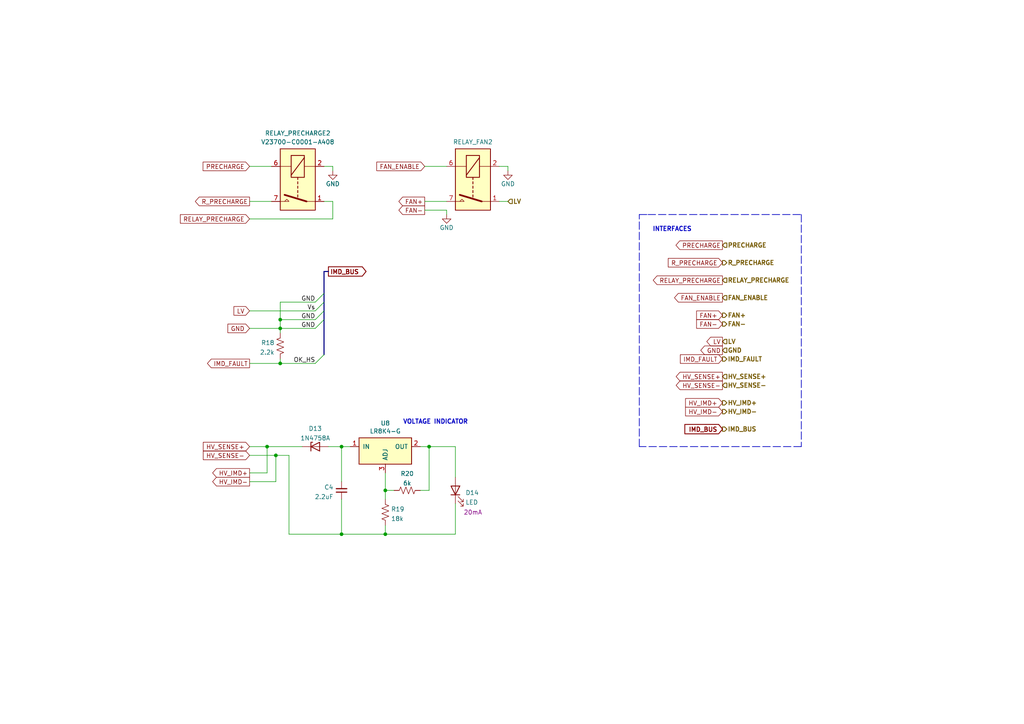
<source format=kicad_sch>
(kicad_sch (version 20211123) (generator eeschema)

  (uuid eb133412-0099-4523-9e1c-481c23bbc6e9)

  (paper "A4")

  (lib_symbols
    (symbol "Device:C_Small" (pin_numbers hide) (pin_names (offset 0.254) hide) (in_bom yes) (on_board yes)
      (property "Reference" "C" (id 0) (at 0.254 1.778 0)
        (effects (font (size 1.27 1.27)) (justify left))
      )
      (property "Value" "C_Small" (id 1) (at 0.254 -2.032 0)
        (effects (font (size 1.27 1.27)) (justify left))
      )
      (property "Footprint" "" (id 2) (at 0 0 0)
        (effects (font (size 1.27 1.27)) hide)
      )
      (property "Datasheet" "~" (id 3) (at 0 0 0)
        (effects (font (size 1.27 1.27)) hide)
      )
      (property "ki_keywords" "capacitor cap" (id 4) (at 0 0 0)
        (effects (font (size 1.27 1.27)) hide)
      )
      (property "ki_description" "Unpolarized capacitor, small symbol" (id 5) (at 0 0 0)
        (effects (font (size 1.27 1.27)) hide)
      )
      (property "ki_fp_filters" "C_*" (id 6) (at 0 0 0)
        (effects (font (size 1.27 1.27)) hide)
      )
      (symbol "C_Small_0_1"
        (polyline
          (pts
            (xy -1.524 -0.508)
            (xy 1.524 -0.508)
          )
          (stroke (width 0.3302) (type default) (color 0 0 0 0))
          (fill (type none))
        )
        (polyline
          (pts
            (xy -1.524 0.508)
            (xy 1.524 0.508)
          )
          (stroke (width 0.3048) (type default) (color 0 0 0 0))
          (fill (type none))
        )
      )
      (symbol "C_Small_1_1"
        (pin passive line (at 0 2.54 270) (length 2.032)
          (name "~" (effects (font (size 1.27 1.27))))
          (number "1" (effects (font (size 1.27 1.27))))
        )
        (pin passive line (at 0 -2.54 90) (length 2.032)
          (name "~" (effects (font (size 1.27 1.27))))
          (number "2" (effects (font (size 1.27 1.27))))
        )
      )
    )
    (symbol "Device:LED" (pin_numbers hide) (pin_names (offset 1.016) hide) (in_bom yes) (on_board yes)
      (property "Reference" "D" (id 0) (at 0 2.54 0)
        (effects (font (size 1.27 1.27)))
      )
      (property "Value" "LED" (id 1) (at 0 -2.54 0)
        (effects (font (size 1.27 1.27)))
      )
      (property "Footprint" "" (id 2) (at 0 0 0)
        (effects (font (size 1.27 1.27)) hide)
      )
      (property "Datasheet" "~" (id 3) (at 0 0 0)
        (effects (font (size 1.27 1.27)) hide)
      )
      (property "ki_keywords" "LED diode" (id 4) (at 0 0 0)
        (effects (font (size 1.27 1.27)) hide)
      )
      (property "ki_description" "Light emitting diode" (id 5) (at 0 0 0)
        (effects (font (size 1.27 1.27)) hide)
      )
      (property "ki_fp_filters" "LED* LED_SMD:* LED_THT:*" (id 6) (at 0 0 0)
        (effects (font (size 1.27 1.27)) hide)
      )
      (symbol "LED_0_1"
        (polyline
          (pts
            (xy -1.27 -1.27)
            (xy -1.27 1.27)
          )
          (stroke (width 0.254) (type default) (color 0 0 0 0))
          (fill (type none))
        )
        (polyline
          (pts
            (xy -1.27 0)
            (xy 1.27 0)
          )
          (stroke (width 0) (type default) (color 0 0 0 0))
          (fill (type none))
        )
        (polyline
          (pts
            (xy 1.27 -1.27)
            (xy 1.27 1.27)
            (xy -1.27 0)
            (xy 1.27 -1.27)
          )
          (stroke (width 0.254) (type default) (color 0 0 0 0))
          (fill (type none))
        )
        (polyline
          (pts
            (xy -3.048 -0.762)
            (xy -4.572 -2.286)
            (xy -3.81 -2.286)
            (xy -4.572 -2.286)
            (xy -4.572 -1.524)
          )
          (stroke (width 0) (type default) (color 0 0 0 0))
          (fill (type none))
        )
        (polyline
          (pts
            (xy -1.778 -0.762)
            (xy -3.302 -2.286)
            (xy -2.54 -2.286)
            (xy -3.302 -2.286)
            (xy -3.302 -1.524)
          )
          (stroke (width 0) (type default) (color 0 0 0 0))
          (fill (type none))
        )
      )
      (symbol "LED_1_1"
        (pin passive line (at -3.81 0 0) (length 2.54)
          (name "K" (effects (font (size 1.27 1.27))))
          (number "1" (effects (font (size 1.27 1.27))))
        )
        (pin passive line (at 3.81 0 180) (length 2.54)
          (name "A" (effects (font (size 1.27 1.27))))
          (number "2" (effects (font (size 1.27 1.27))))
        )
      )
    )
    (symbol "Device:R_US" (pin_numbers hide) (pin_names (offset 0)) (in_bom yes) (on_board yes)
      (property "Reference" "R" (id 0) (at 2.54 0 90)
        (effects (font (size 1.27 1.27)))
      )
      (property "Value" "R_US" (id 1) (at -2.54 0 90)
        (effects (font (size 1.27 1.27)))
      )
      (property "Footprint" "" (id 2) (at 1.016 -0.254 90)
        (effects (font (size 1.27 1.27)) hide)
      )
      (property "Datasheet" "~" (id 3) (at 0 0 0)
        (effects (font (size 1.27 1.27)) hide)
      )
      (property "ki_keywords" "R res resistor" (id 4) (at 0 0 0)
        (effects (font (size 1.27 1.27)) hide)
      )
      (property "ki_description" "Resistor, US symbol" (id 5) (at 0 0 0)
        (effects (font (size 1.27 1.27)) hide)
      )
      (property "ki_fp_filters" "R_*" (id 6) (at 0 0 0)
        (effects (font (size 1.27 1.27)) hide)
      )
      (symbol "R_US_0_1"
        (polyline
          (pts
            (xy 0 -2.286)
            (xy 0 -2.54)
          )
          (stroke (width 0) (type default) (color 0 0 0 0))
          (fill (type none))
        )
        (polyline
          (pts
            (xy 0 2.286)
            (xy 0 2.54)
          )
          (stroke (width 0) (type default) (color 0 0 0 0))
          (fill (type none))
        )
        (polyline
          (pts
            (xy 0 -0.762)
            (xy 1.016 -1.143)
            (xy 0 -1.524)
            (xy -1.016 -1.905)
            (xy 0 -2.286)
          )
          (stroke (width 0) (type default) (color 0 0 0 0))
          (fill (type none))
        )
        (polyline
          (pts
            (xy 0 0.762)
            (xy 1.016 0.381)
            (xy 0 0)
            (xy -1.016 -0.381)
            (xy 0 -0.762)
          )
          (stroke (width 0) (type default) (color 0 0 0 0))
          (fill (type none))
        )
        (polyline
          (pts
            (xy 0 2.286)
            (xy 1.016 1.905)
            (xy 0 1.524)
            (xy -1.016 1.143)
            (xy 0 0.762)
          )
          (stroke (width 0) (type default) (color 0 0 0 0))
          (fill (type none))
        )
      )
      (symbol "R_US_1_1"
        (pin passive line (at 0 3.81 270) (length 1.27)
          (name "~" (effects (font (size 1.27 1.27))))
          (number "1" (effects (font (size 1.27 1.27))))
        )
        (pin passive line (at 0 -3.81 90) (length 1.27)
          (name "~" (effects (font (size 1.27 1.27))))
          (number "2" (effects (font (size 1.27 1.27))))
        )
      )
    )
    (symbol "Diode:1N47xxA" (pin_numbers hide) (pin_names (offset 1.016) hide) (in_bom yes) (on_board yes)
      (property "Reference" "D" (id 0) (at 0 2.54 0)
        (effects (font (size 1.27 1.27)))
      )
      (property "Value" "1N47xxA" (id 1) (at 0 -2.54 0)
        (effects (font (size 1.27 1.27)))
      )
      (property "Footprint" "Diode_THT:D_DO-41_SOD81_P10.16mm_Horizontal" (id 2) (at 0 -4.445 0)
        (effects (font (size 1.27 1.27)) hide)
      )
      (property "Datasheet" "https://www.vishay.com/docs/85816/1n4728a.pdf" (id 3) (at 0 0 0)
        (effects (font (size 1.27 1.27)) hide)
      )
      (property "ki_keywords" "zener diode" (id 4) (at 0 0 0)
        (effects (font (size 1.27 1.27)) hide)
      )
      (property "ki_description" "1300mW Silicon planar power Zener diodes, DO-41" (id 5) (at 0 0 0)
        (effects (font (size 1.27 1.27)) hide)
      )
      (property "ki_fp_filters" "D*DO?41*" (id 6) (at 0 0 0)
        (effects (font (size 1.27 1.27)) hide)
      )
      (symbol "1N47xxA_0_1"
        (polyline
          (pts
            (xy 1.27 0)
            (xy -1.27 0)
          )
          (stroke (width 0) (type default) (color 0 0 0 0))
          (fill (type none))
        )
        (polyline
          (pts
            (xy -1.27 -1.27)
            (xy -1.27 1.27)
            (xy -0.762 1.27)
          )
          (stroke (width 0.254) (type default) (color 0 0 0 0))
          (fill (type none))
        )
        (polyline
          (pts
            (xy 1.27 -1.27)
            (xy 1.27 1.27)
            (xy -1.27 0)
            (xy 1.27 -1.27)
          )
          (stroke (width 0.254) (type default) (color 0 0 0 0))
          (fill (type none))
        )
      )
      (symbol "1N47xxA_1_1"
        (pin passive line (at -3.81 0 0) (length 2.54)
          (name "K" (effects (font (size 1.27 1.27))))
          (number "1" (effects (font (size 1.27 1.27))))
        )
        (pin passive line (at 3.81 0 180) (length 2.54)
          (name "A" (effects (font (size 1.27 1.27))))
          (number "2" (effects (font (size 1.27 1.27))))
        )
      )
    )
    (symbol "Regulator_Linear:LR8K4-G" (pin_names (offset 1.016)) (in_bom yes) (on_board yes)
      (property "Reference" "U" (id 0) (at -7.62 3.81 0)
        (effects (font (size 1.27 1.27)) (justify left))
      )
      (property "Value" "LR8K4-G" (id 1) (at 0 3.81 0)
        (effects (font (size 1.27 1.27)) (justify left))
      )
      (property "Footprint" "Package_TO_SOT_SMD:TO-252-2" (id 2) (at 0 -11.43 0)
        (effects (font (size 1.27 1.27)) hide)
      )
      (property "Datasheet" "http://ww1.microchip.com/downloads/en/DeviceDoc/20005399B.pdf" (id 3) (at 0 0 0)
        (effects (font (size 1.27 1.27)) hide)
      )
      (property "ki_keywords" "High-Voltage Regulator Adjustable Positive" (id 4) (at 0 0 0)
        (effects (font (size 1.27 1.27)) hide)
      )
      (property "ki_description" "30mA 450V High-Voltage Linear Regulator (Adjustable), TO-252 (D-PAK)" (id 5) (at 0 0 0)
        (effects (font (size 1.27 1.27)) hide)
      )
      (property "ki_fp_filters" "TO*252*" (id 6) (at 0 0 0)
        (effects (font (size 1.27 1.27)) hide)
      )
      (symbol "LR8K4-G_0_1"
        (rectangle (start -7.62 2.54) (end 7.62 -5.08)
          (stroke (width 0.254) (type default) (color 0 0 0 0))
          (fill (type background))
        )
      )
      (symbol "LR8K4-G_1_1"
        (pin input line (at -10.16 0 0) (length 2.54)
          (name "IN" (effects (font (size 1.27 1.27))))
          (number "1" (effects (font (size 1.27 1.27))))
        )
        (pin power_out line (at 10.16 0 180) (length 2.54)
          (name "OUT" (effects (font (size 1.27 1.27))))
          (number "2" (effects (font (size 1.27 1.27))))
        )
        (pin input line (at 0 -7.62 90) (length 2.54)
          (name "ADJ" (effects (font (size 1.27 1.27))))
          (number "3" (effects (font (size 1.27 1.27))))
        )
      )
    )
    (symbol "Relay:DIPxx-1Axx-12x" (in_bom yes) (on_board yes)
      (property "Reference" "K" (id 0) (at 8.89 3.81 0)
        (effects (font (size 1.27 1.27)) (justify left))
      )
      (property "Value" "DIPxx-1Axx-12x" (id 1) (at 8.89 1.27 0)
        (effects (font (size 1.27 1.27)) (justify left))
      )
      (property "Footprint" "Relay_THT:Relay_StandexMeder_DIP_LowProfile" (id 2) (at 8.89 -1.27 0)
        (effects (font (size 1.27 1.27)) (justify left) hide)
      )
      (property "Datasheet" "https://standexelectronics.com/wp-content/uploads/datasheet_reed_relay_DIP.pdf" (id 3) (at 0 0 0)
        (effects (font (size 1.27 1.27)) hide)
      )
      (property "ki_keywords" "Single Pole Reed Relay SPST" (id 4) (at 0 0 0)
        (effects (font (size 1.27 1.27)) hide)
      )
      (property "ki_description" "Standex Meder DIP reed relay, SPST, Closing Contact" (id 5) (at 0 0 0)
        (effects (font (size 1.27 1.27)) hide)
      )
      (property "ki_fp_filters" "Relay*StandexMeder*DIP*LowProfile*" (id 6) (at 0 0 0)
        (effects (font (size 1.27 1.27)) hide)
      )
      (symbol "DIPxx-1Axx-12x_0_0"
        (polyline
          (pts
            (xy 5.08 5.08)
            (xy 5.08 2.54)
            (xy 4.445 3.175)
            (xy 5.08 3.81)
          )
          (stroke (width 0) (type default) (color 0 0 0 0))
          (fill (type none))
        )
      )
      (symbol "DIPxx-1Axx-12x_0_1"
        (rectangle (start -10.16 5.08) (end 7.62 -5.08)
          (stroke (width 0.254) (type default) (color 0 0 0 0))
          (fill (type background))
        )
        (rectangle (start -8.255 1.905) (end -1.905 -1.905)
          (stroke (width 0.254) (type default) (color 0 0 0 0))
          (fill (type none))
        )
        (polyline
          (pts
            (xy -7.62 -1.905)
            (xy -2.54 1.905)
          )
          (stroke (width 0.254) (type default) (color 0 0 0 0))
          (fill (type none))
        )
        (polyline
          (pts
            (xy -5.08 -5.08)
            (xy -5.08 -1.905)
          )
          (stroke (width 0) (type default) (color 0 0 0 0))
          (fill (type none))
        )
        (polyline
          (pts
            (xy -5.08 5.08)
            (xy -5.08 1.905)
          )
          (stroke (width 0) (type default) (color 0 0 0 0))
          (fill (type none))
        )
        (polyline
          (pts
            (xy -1.905 0)
            (xy -1.27 0)
          )
          (stroke (width 0.254) (type default) (color 0 0 0 0))
          (fill (type none))
        )
        (polyline
          (pts
            (xy -0.635 0)
            (xy 0 0)
          )
          (stroke (width 0.254) (type default) (color 0 0 0 0))
          (fill (type none))
        )
        (polyline
          (pts
            (xy 0.635 0)
            (xy 1.27 0)
          )
          (stroke (width 0.254) (type default) (color 0 0 0 0))
          (fill (type none))
        )
        (polyline
          (pts
            (xy 1.905 0)
            (xy 2.54 0)
          )
          (stroke (width 0.254) (type default) (color 0 0 0 0))
          (fill (type none))
        )
        (polyline
          (pts
            (xy 3.175 0)
            (xy 3.81 0)
          )
          (stroke (width 0.254) (type default) (color 0 0 0 0))
          (fill (type none))
        )
        (polyline
          (pts
            (xy 5.08 -2.54)
            (xy 3.175 3.81)
          )
          (stroke (width 0.508) (type default) (color 0 0 0 0))
          (fill (type none))
        )
        (polyline
          (pts
            (xy 5.08 -2.54)
            (xy 5.08 -5.08)
          )
          (stroke (width 0) (type default) (color 0 0 0 0))
          (fill (type none))
        )
      )
      (symbol "DIPxx-1Axx-12x_1_1"
        (pin passive line (at 5.08 -7.62 90) (length 2.54)
          (name "~" (effects (font (size 1.27 1.27))))
          (number "1" (effects (font (size 1.27 1.27))))
        )
        (pin passive line (at -5.08 -7.62 90) (length 2.54) hide
          (name "~" (effects (font (size 1.27 1.27))))
          (number "13" (effects (font (size 1.27 1.27))))
        )
        (pin passive line (at 5.08 -7.62 90) (length 2.54) hide
          (name "~" (effects (font (size 1.27 1.27))))
          (number "14" (effects (font (size 1.27 1.27))))
        )
        (pin passive line (at -5.08 -7.62 90) (length 2.54)
          (name "~" (effects (font (size 1.27 1.27))))
          (number "2" (effects (font (size 1.27 1.27))))
        )
        (pin passive line (at -5.08 7.62 270) (length 2.54)
          (name "~" (effects (font (size 1.27 1.27))))
          (number "6" (effects (font (size 1.27 1.27))))
        )
        (pin passive line (at 5.08 7.62 270) (length 2.54)
          (name "~" (effects (font (size 1.27 1.27))))
          (number "7" (effects (font (size 1.27 1.27))))
        )
        (pin passive line (at 5.08 7.62 270) (length 2.54) hide
          (name "~" (effects (font (size 1.27 1.27))))
          (number "8" (effects (font (size 1.27 1.27))))
        )
      )
    )
    (symbol "power:GND" (power) (pin_names (offset 0)) (in_bom yes) (on_board yes)
      (property "Reference" "#PWR" (id 0) (at 0 -6.35 0)
        (effects (font (size 1.27 1.27)) hide)
      )
      (property "Value" "GND" (id 1) (at 0 -3.81 0)
        (effects (font (size 1.27 1.27)))
      )
      (property "Footprint" "" (id 2) (at 0 0 0)
        (effects (font (size 1.27 1.27)) hide)
      )
      (property "Datasheet" "" (id 3) (at 0 0 0)
        (effects (font (size 1.27 1.27)) hide)
      )
      (property "ki_keywords" "power-flag" (id 4) (at 0 0 0)
        (effects (font (size 1.27 1.27)) hide)
      )
      (property "ki_description" "Power symbol creates a global label with name \"GND\" , ground" (id 5) (at 0 0 0)
        (effects (font (size 1.27 1.27)) hide)
      )
      (symbol "GND_0_1"
        (polyline
          (pts
            (xy 0 0)
            (xy 0 -1.27)
            (xy 1.27 -1.27)
            (xy 0 -2.54)
            (xy -1.27 -1.27)
            (xy 0 -1.27)
          )
          (stroke (width 0) (type default) (color 0 0 0 0))
          (fill (type none))
        )
      )
      (symbol "GND_1_1"
        (pin power_in line (at 0 0 270) (length 0) hide
          (name "GND" (effects (font (size 1.27 1.27))))
          (number "1" (effects (font (size 1.27 1.27))))
        )
      )
    )
  )

  (junction (at 81.28 95.25) (diameter 0) (color 0 0 0 0)
    (uuid 17d0f2ac-484e-4402-8225-a8ed26355272)
  )
  (junction (at 81.28 92.71) (diameter 0) (color 0 0 0 0)
    (uuid 4a0fb215-5ef2-4419-b58c-ed84cdc573c8)
  )
  (junction (at 99.06 129.54) (diameter 0) (color 0 0 0 0)
    (uuid 61ae95c5-bd4d-481a-a907-050d592d6b77)
  )
  (junction (at 99.06 154.94) (diameter 0) (color 0 0 0 0)
    (uuid 7cc3caad-923a-411e-a634-01ce990c2b86)
  )
  (junction (at 111.76 142.24) (diameter 0) (color 0 0 0 0)
    (uuid 7e8e1670-a4da-4dfd-abc2-67b622be5224)
  )
  (junction (at 77.47 129.54) (diameter 0) (color 0 0 0 0)
    (uuid 836d6730-6bcd-4d65-92bf-2f7560898ae9)
  )
  (junction (at 124.46 129.54) (diameter 0) (color 0 0 0 0)
    (uuid 99c5588e-98ea-4102-a4cf-0084f7ac3c03)
  )
  (junction (at 80.01 132.08) (diameter 0) (color 0 0 0 0)
    (uuid adca1a8b-a1be-4c04-b33e-f66e791acfe3)
  )
  (junction (at 81.28 105.41) (diameter 0) (color 0 0 0 0)
    (uuid b419fccd-2d72-48c6-898b-54ef55e9a1b8)
  )
  (junction (at 111.76 154.94) (diameter 0) (color 0 0 0 0)
    (uuid fca354e1-4a44-45eb-978a-1a52affad57b)
  )

  (bus_entry (at 93.98 102.87) (size -2.54 2.54)
    (stroke (width 0) (type default) (color 0 0 0 0))
    (uuid 638bc4e9-247a-4857-b1e8-abdb07f1b76c)
  )
  (bus_entry (at 93.98 87.63) (size -2.54 2.54)
    (stroke (width 0) (type default) (color 0 0 0 0))
    (uuid 638bc4e9-247a-4857-b1e8-abdb07f1b76c)
  )
  (bus_entry (at 93.98 85.09) (size -2.54 2.54)
    (stroke (width 0) (type default) (color 0 0 0 0))
    (uuid 638bc4e9-247a-4857-b1e8-abdb07f1b76c)
  )
  (bus_entry (at 93.98 92.71) (size -2.54 2.54)
    (stroke (width 0) (type default) (color 0 0 0 0))
    (uuid 638bc4e9-247a-4857-b1e8-abdb07f1b76c)
  )
  (bus_entry (at 93.98 90.17) (size -2.54 2.54)
    (stroke (width 0) (type default) (color 0 0 0 0))
    (uuid 638bc4e9-247a-4857-b1e8-abdb07f1b76c)
  )

  (bus (pts (xy 93.98 85.09) (xy 93.98 87.63))
    (stroke (width 0) (type default) (color 0 0 0 0))
    (uuid 008d3953-65d7-4196-be6a-32e9fdf6f660)
  )

  (polyline (pts (xy 187.96 62.23) (xy 232.41 62.23))
    (stroke (width 0.2) (type default) (color 0 0 0 0))
    (uuid 03c82d95-1a08-4d17-81a7-94cbdd835c2b)
  )
  (polyline (pts (xy 185.42 129.54) (xy 185.42 62.23))
    (stroke (width 0.2) (type default) (color 0 0 0 0))
    (uuid 05d96272-e778-47ec-af93-feeef487153e)
  )

  (wire (pts (xy 96.52 48.26) (xy 96.52 49.53))
    (stroke (width 0) (type default) (color 0 0 0 0))
    (uuid 0785e207-b30b-494e-b140-6271698f8b85)
  )
  (wire (pts (xy 77.47 137.16) (xy 77.47 129.54))
    (stroke (width 0) (type default) (color 0 0 0 0))
    (uuid 0a5869a6-9773-48e6-9962-1271be92a40f)
  )
  (wire (pts (xy 111.76 137.16) (xy 111.76 142.24))
    (stroke (width 0) (type default) (color 0 0 0 0))
    (uuid 14eaf5db-24a7-40ea-be9b-ed30dcec56b6)
  )
  (wire (pts (xy 132.08 129.54) (xy 132.08 138.43))
    (stroke (width 0) (type default) (color 0 0 0 0))
    (uuid 14f654b4-6b87-40a9-8768-1ddb42caa1bb)
  )
  (wire (pts (xy 91.44 90.17) (xy 72.39 90.17))
    (stroke (width 0) (type default) (color 0 0 0 0))
    (uuid 192e46bf-2da2-4376-813b-a8157ee130b8)
  )
  (wire (pts (xy 129.54 58.42) (xy 123.19 58.42))
    (stroke (width 0) (type default) (color 0 0 0 0))
    (uuid 1de15cf7-5413-43e7-ade0-8131245bd765)
  )
  (wire (pts (xy 147.32 48.26) (xy 147.32 49.53))
    (stroke (width 0) (type default) (color 0 0 0 0))
    (uuid 2201a34e-a2fb-486e-98a9-88c63b55fb22)
  )
  (wire (pts (xy 96.52 58.42) (xy 93.98 58.42))
    (stroke (width 0) (type default) (color 0 0 0 0))
    (uuid 2c5de646-906a-4c36-b568-6984cac40578)
  )
  (wire (pts (xy 83.82 132.08) (xy 83.82 154.94))
    (stroke (width 0) (type default) (color 0 0 0 0))
    (uuid 2f3b0f62-a00d-45e4-890a-12d31fdfa23f)
  )
  (wire (pts (xy 77.47 129.54) (xy 87.63 129.54))
    (stroke (width 0) (type default) (color 0 0 0 0))
    (uuid 3326479b-733a-4a50-8206-9dbab7c36cdb)
  )
  (bus (pts (xy 93.98 78.74) (xy 95.25 78.74))
    (stroke (width 0) (type default) (color 0 0 0 0))
    (uuid 3365ecaf-89b3-4a77-b810-bbd46ba749e3)
  )

  (wire (pts (xy 81.28 96.52) (xy 81.28 95.25))
    (stroke (width 0) (type default) (color 0 0 0 0))
    (uuid 34b2e66d-5a86-4191-842f-54ca1f7b0a99)
  )
  (wire (pts (xy 124.46 142.24) (xy 124.46 129.54))
    (stroke (width 0) (type default) (color 0 0 0 0))
    (uuid 362adefe-e2ac-4f78-a9b2-cea086d5f8de)
  )
  (bus (pts (xy 93.98 92.71) (xy 93.98 102.87))
    (stroke (width 0) (type default) (color 0 0 0 0))
    (uuid 36e9d6ac-3d0c-4166-b5b2-d88e4c87f706)
  )

  (wire (pts (xy 111.76 152.4) (xy 111.76 154.94))
    (stroke (width 0) (type default) (color 0 0 0 0))
    (uuid 3c700364-d7ab-42fd-a3fc-a17f8115b9a8)
  )
  (wire (pts (xy 81.28 105.41) (xy 72.39 105.41))
    (stroke (width 0) (type default) (color 0 0 0 0))
    (uuid 3e99c656-40af-471d-88bd-6caa1172e745)
  )
  (wire (pts (xy 96.52 48.26) (xy 93.98 48.26))
    (stroke (width 0) (type default) (color 0 0 0 0))
    (uuid 4d6affb9-276d-48c6-8a6c-a08033253f06)
  )
  (wire (pts (xy 72.39 129.54) (xy 77.47 129.54))
    (stroke (width 0) (type default) (color 0 0 0 0))
    (uuid 5227eecc-7b30-4a2a-81e8-59fca095ab5d)
  )
  (wire (pts (xy 132.08 146.05) (xy 132.08 154.94))
    (stroke (width 0) (type default) (color 0 0 0 0))
    (uuid 5520bde7-e041-462b-a0e3-c3240fbf24ad)
  )
  (wire (pts (xy 96.52 63.5) (xy 96.52 58.42))
    (stroke (width 0) (type default) (color 0 0 0 0))
    (uuid 556e73fe-f00e-471a-80e3-8194182b0f81)
  )
  (polyline (pts (xy 232.41 62.23) (xy 232.41 129.54))
    (stroke (width 0.2) (type default) (color 0 0 0 0))
    (uuid 5b4b0173-b80f-4164-9085-c2779ac96abb)
  )

  (wire (pts (xy 80.01 132.08) (xy 83.82 132.08))
    (stroke (width 0) (type default) (color 0 0 0 0))
    (uuid 61f13d4c-bad2-4fc3-af5a-e799e8a6254f)
  )
  (wire (pts (xy 81.28 92.71) (xy 81.28 95.25))
    (stroke (width 0) (type default) (color 0 0 0 0))
    (uuid 65a7b069-aca6-4f53-ac5b-4551fc89a8bf)
  )
  (wire (pts (xy 72.39 48.26) (xy 78.74 48.26))
    (stroke (width 0) (type default) (color 0 0 0 0))
    (uuid 666ffa34-d20f-4e8a-9b34-a37fed75e409)
  )
  (wire (pts (xy 72.39 139.7) (xy 80.01 139.7))
    (stroke (width 0) (type default) (color 0 0 0 0))
    (uuid 672d7397-5edc-4181-95b8-9538aa1a16f8)
  )
  (wire (pts (xy 72.39 63.5) (xy 96.52 63.5))
    (stroke (width 0) (type default) (color 0 0 0 0))
    (uuid 6b79bd07-0f64-445c-a2f2-ca847518aeee)
  )
  (wire (pts (xy 72.39 58.42) (xy 78.74 58.42))
    (stroke (width 0) (type default) (color 0 0 0 0))
    (uuid 7197b697-8902-4760-84f0-9c18839c2246)
  )
  (wire (pts (xy 81.28 105.41) (xy 81.28 104.14))
    (stroke (width 0) (type default) (color 0 0 0 0))
    (uuid 72fe9188-2efc-401e-bf6a-fcfc1c9c08dc)
  )
  (wire (pts (xy 129.54 48.26) (xy 123.19 48.26))
    (stroke (width 0) (type default) (color 0 0 0 0))
    (uuid 7d0fa61c-2587-4415-90fb-c3ebf6b5516d)
  )
  (wire (pts (xy 111.76 142.24) (xy 111.76 144.78))
    (stroke (width 0) (type default) (color 0 0 0 0))
    (uuid 7f3eb00e-d8de-48ea-ae65-7cdab412cdf2)
  )
  (wire (pts (xy 72.39 137.16) (xy 77.47 137.16))
    (stroke (width 0) (type default) (color 0 0 0 0))
    (uuid 81971118-8118-4fd4-a204-482127dec2c7)
  )
  (wire (pts (xy 99.06 129.54) (xy 101.6 129.54))
    (stroke (width 0) (type default) (color 0 0 0 0))
    (uuid 82fe6aeb-e1a2-4699-ba7c-864b50e943c1)
  )
  (polyline (pts (xy 185.42 62.23) (xy 187.96 62.23))
    (stroke (width 0.2) (type default) (color 0 0 0 0))
    (uuid 837284fb-b67a-43cb-b1e9-165996ca507c)
  )

  (wire (pts (xy 111.76 154.94) (xy 132.08 154.94))
    (stroke (width 0) (type default) (color 0 0 0 0))
    (uuid 88846979-37ce-4c10-ab21-ad9f3a6e371d)
  )
  (wire (pts (xy 124.46 129.54) (xy 132.08 129.54))
    (stroke (width 0) (type default) (color 0 0 0 0))
    (uuid 8950f8b8-9fa3-4af0-9e1c-8f68feee7602)
  )
  (wire (pts (xy 99.06 129.54) (xy 99.06 139.7))
    (stroke (width 0) (type default) (color 0 0 0 0))
    (uuid 8d70d765-2640-4151-bd6a-ba7d81c52221)
  )
  (wire (pts (xy 123.19 60.96) (xy 129.54 60.96))
    (stroke (width 0) (type default) (color 0 0 0 0))
    (uuid 8dc6d828-1148-4e7d-8d3d-61106f538dc4)
  )
  (wire (pts (xy 124.46 129.54) (xy 121.92 129.54))
    (stroke (width 0) (type default) (color 0 0 0 0))
    (uuid 919f4b74-f085-4c2c-9e6d-c58cd069a3b7)
  )
  (bus (pts (xy 93.98 87.63) (xy 93.98 90.17))
    (stroke (width 0) (type default) (color 0 0 0 0))
    (uuid 94d8da59-fd41-47aa-9481-126615342f2e)
  )
  (bus (pts (xy 93.98 90.17) (xy 93.98 92.71))
    (stroke (width 0) (type default) (color 0 0 0 0))
    (uuid 98041901-e298-4571-b512-7da8226c96b8)
  )

  (wire (pts (xy 72.39 132.08) (xy 80.01 132.08))
    (stroke (width 0) (type default) (color 0 0 0 0))
    (uuid 99982204-8747-4884-bb8b-4b44eb021bc0)
  )
  (wire (pts (xy 99.06 154.94) (xy 111.76 154.94))
    (stroke (width 0) (type default) (color 0 0 0 0))
    (uuid a107f470-0950-41c0-a860-63d804a71f43)
  )
  (wire (pts (xy 91.44 105.41) (xy 81.28 105.41))
    (stroke (width 0) (type default) (color 0 0 0 0))
    (uuid a2069da2-72ad-44b8-8450-e60ef560d97a)
  )
  (wire (pts (xy 99.06 144.78) (xy 99.06 154.94))
    (stroke (width 0) (type default) (color 0 0 0 0))
    (uuid a22d11c6-42fa-4e4e-a845-32896c2d054e)
  )
  (wire (pts (xy 129.54 60.96) (xy 129.54 62.23))
    (stroke (width 0) (type default) (color 0 0 0 0))
    (uuid a32ecd80-3970-4776-b913-c5fdc6f5842f)
  )
  (wire (pts (xy 147.32 58.42) (xy 144.78 58.42))
    (stroke (width 0) (type default) (color 0 0 0 0))
    (uuid b273f565-fdb2-4709-b57b-4ebd1826cfa6)
  )
  (wire (pts (xy 111.76 142.24) (xy 114.3 142.24))
    (stroke (width 0) (type default) (color 0 0 0 0))
    (uuid b46fe15d-9138-43c3-bc37-efa7083992fd)
  )
  (polyline (pts (xy 232.41 129.54) (xy 185.42 129.54))
    (stroke (width 0.2) (type default) (color 0 0 0 0))
    (uuid bacf327b-ffe0-4e8d-814b-c9f79941909c)
  )

  (wire (pts (xy 91.44 95.25) (xy 81.28 95.25))
    (stroke (width 0) (type default) (color 0 0 0 0))
    (uuid be46f30a-b959-44d0-98c4-e622b5e819a0)
  )
  (bus (pts (xy 93.98 78.74) (xy 93.98 85.09))
    (stroke (width 0) (type default) (color 0 0 0 0))
    (uuid c80c4911-1dac-4b66-a11b-ab9fa37c20cc)
  )

  (wire (pts (xy 91.44 92.71) (xy 81.28 92.71))
    (stroke (width 0) (type default) (color 0 0 0 0))
    (uuid ce6e7211-f74b-4639-87f0-293224bb9259)
  )
  (wire (pts (xy 91.44 87.63) (xy 81.28 87.63))
    (stroke (width 0) (type default) (color 0 0 0 0))
    (uuid cf995567-f828-48c8-ae11-b69d6b19eb7f)
  )
  (wire (pts (xy 81.28 95.25) (xy 72.39 95.25))
    (stroke (width 0) (type default) (color 0 0 0 0))
    (uuid d95d6e78-30a6-44ea-bd7f-33514173fb15)
  )
  (wire (pts (xy 121.92 142.24) (xy 124.46 142.24))
    (stroke (width 0) (type default) (color 0 0 0 0))
    (uuid d9ca97ff-a3ac-4b6b-a512-e8c9d220835e)
  )
  (wire (pts (xy 83.82 154.94) (xy 99.06 154.94))
    (stroke (width 0) (type default) (color 0 0 0 0))
    (uuid dc8dee9c-afce-498b-bd45-ed8f7ea00627)
  )
  (wire (pts (xy 144.78 48.26) (xy 147.32 48.26))
    (stroke (width 0) (type default) (color 0 0 0 0))
    (uuid e09f00eb-6288-41be-861b-1835347e5915)
  )
  (wire (pts (xy 80.01 139.7) (xy 80.01 132.08))
    (stroke (width 0) (type default) (color 0 0 0 0))
    (uuid edca0dd7-a447-4ef0-b2ff-79e745921b09)
  )
  (wire (pts (xy 81.28 87.63) (xy 81.28 92.71))
    (stroke (width 0) (type default) (color 0 0 0 0))
    (uuid f9cbe928-859a-480e-bef8-43b172a53a08)
  )
  (wire (pts (xy 95.25 129.54) (xy 99.06 129.54))
    (stroke (width 0) (type default) (color 0 0 0 0))
    (uuid ffa1fe14-7f65-4482-b269-261733aa2692)
  )

  (text "VOLTAGE INDICATOR" (at 116.84 123.19 0)
    (effects (font (size 1.27 1.27) (thickness 0.254) bold) (justify left bottom))
    (uuid 14f46a05-0980-4504-bc5a-ff076dee8a11)
  )
  (text "INTERFACES" (at 189.23 67.31 0)
    (effects (font (size 1.27 1.27) (thickness 0.254) bold) (justify left bottom))
    (uuid d692ee9d-2a4d-4a2c-8cf3-b0cbad4f81e2)
  )

  (label "GND" (at 91.44 87.63 180)
    (effects (font (size 1.27 1.27)) (justify right bottom))
    (uuid 1ee2e19c-95f8-41dc-bfcf-f1c3681dd85e)
  )
  (label "GND" (at 91.44 95.25 180)
    (effects (font (size 1.27 1.27)) (justify right bottom))
    (uuid 526ec683-a8ef-4682-8e51-4e65a45b85bc)
  )
  (label "Vs" (at 91.44 90.17 180)
    (effects (font (size 1.27 1.27)) (justify right bottom))
    (uuid 5d551160-eee0-4f64-85c4-9b76f95baf3a)
  )
  (label "GND" (at 91.44 92.71 180)
    (effects (font (size 1.27 1.27)) (justify right bottom))
    (uuid 76264258-f0a9-4587-a386-eafdd22d5e72)
  )
  (label "OK_HS" (at 91.44 105.41 180)
    (effects (font (size 1.27 1.27)) (justify right bottom))
    (uuid cdda0688-f325-4132-9dd8-b7a301f7ebad)
  )

  (global_label "FAN-" (shape output) (at 123.19 60.96 180) (fields_autoplaced)
    (effects (font (size 1.27 1.27)) (justify right))
    (uuid 07c6ac0b-ee17-4adc-a568-05e7eb3957bb)
    (property "Intersheet References" "${INTERSHEET_REFS}" (id 0) (at 115.6969 60.8806 0)
      (effects (font (size 1.27 1.27)) (justify right) hide)
    )
  )
  (global_label "HV_SENSE+" (shape output) (at 209.55 109.22 180) (fields_autoplaced)
    (effects (font (size 1.27 1.27)) (justify right))
    (uuid 0cedabbb-0d86-4b35-b171-373ec4007067)
    (property "Intersheet References" "${INTERSHEET_REFS}" (id 0) (at 196.1302 109.1406 0)
      (effects (font (size 1.27 1.27)) (justify right) hide)
    )
  )
  (global_label "RELAY_PRECHARGE" (shape input) (at 72.39 63.5 180) (fields_autoplaced)
    (effects (font (size 1.27 1.27)) (justify right))
    (uuid 15f2d897-4b2f-493c-b9c7-cb905c9987bb)
    (property "Intersheet References" "${INTERSHEET_REFS}" (id 0) (at 52.3179 63.4206 0)
      (effects (font (size 1.27 1.27)) (justify right) hide)
    )
  )
  (global_label "GND" (shape output) (at 209.55 101.6 180) (fields_autoplaced)
    (effects (font (size 1.27 1.27)) (justify right))
    (uuid 20ef23cc-120c-49db-b837-e6a53c63afe7)
    (property "Intersheet References" "${INTERSHEET_REFS}" (id 0) (at 203.2664 101.5206 0)
      (effects (font (size 1.27 1.27)) (justify right) hide)
    )
  )
  (global_label "PRECHARGE" (shape input) (at 72.39 48.26 180) (fields_autoplaced)
    (effects (font (size 1.27 1.27)) (justify right))
    (uuid 218f3aed-04c1-4da3-a9db-61b935942019)
    (property "Intersheet References" "${INTERSHEET_REFS}" (id 0) (at 58.9098 48.1806 0)
      (effects (font (size 1.27 1.27)) (justify right) hide)
    )
  )
  (global_label "LV" (shape input) (at 72.39 90.17 180) (fields_autoplaced)
    (effects (font (size 1.27 1.27)) (justify right))
    (uuid 24aab0f3-1e64-4d1e-8c58-13582ad4f6ea)
    (property "Intersheet References" "${INTERSHEET_REFS}" (id 0) (at 67.8602 90.0906 0)
      (effects (font (size 1.27 1.27)) (justify right) hide)
    )
  )
  (global_label "HV_SENSE+" (shape input) (at 72.39 129.54 180) (fields_autoplaced)
    (effects (font (size 1.27 1.27)) (justify right))
    (uuid 24f8164f-9fc9-47c5-8edc-ea1580f17c6c)
    (property "Intersheet References" "${INTERSHEET_REFS}" (id 0) (at 58.9702 129.4606 0)
      (effects (font (size 1.27 1.27)) (justify right) hide)
    )
  )
  (global_label "IMD_FAULT" (shape input) (at 209.55 104.14 180) (fields_autoplaced)
    (effects (font (size 1.27 1.27)) (justify right))
    (uuid 260ab292-94c9-43a4-abab-f851208779db)
    (property "Intersheet References" "${INTERSHEET_REFS}" (id 0) (at 197.3398 104.0606 0)
      (effects (font (size 1.27 1.27)) (justify right) hide)
    )
  )
  (global_label "HV_IMD-" (shape input) (at 209.55 119.38 180) (fields_autoplaced)
    (effects (font (size 1.27 1.27)) (justify right))
    (uuid 52474b99-fdca-4526-929c-02f40e4bca65)
    (property "Intersheet References" "${INTERSHEET_REFS}" (id 0) (at 198.8517 119.3006 0)
      (effects (font (size 1.27 1.27)) (justify right) hide)
    )
  )
  (global_label "FAN+" (shape output) (at 123.19 58.42 180) (fields_autoplaced)
    (effects (font (size 1.27 1.27)) (justify right))
    (uuid 52d77e9e-3d51-49ad-bd3e-7889a5176a7e)
    (property "Intersheet References" "${INTERSHEET_REFS}" (id 0) (at 115.6969 58.3406 0)
      (effects (font (size 1.27 1.27)) (justify right) hide)
    )
  )
  (global_label "FAN_ENABLE" (shape input) (at 123.19 48.26 180) (fields_autoplaced)
    (effects (font (size 1.27 1.27)) (justify right))
    (uuid 5cb405fb-ff56-464b-b9cf-f3da67f94766)
    (property "Intersheet References" "${INTERSHEET_REFS}" (id 0) (at 109.2864 48.1806 0)
      (effects (font (size 1.27 1.27)) (justify right) hide)
    )
  )
  (global_label "HV_IMD+" (shape input) (at 209.55 116.84 180) (fields_autoplaced)
    (effects (font (size 1.27 1.27)) (justify right))
    (uuid 7526ab2a-71db-428a-ae68-4d868bca3110)
    (property "Intersheet References" "${INTERSHEET_REFS}" (id 0) (at 198.8517 116.7606 0)
      (effects (font (size 1.27 1.27)) (justify right) hide)
    )
  )
  (global_label "IMD_FAULT" (shape output) (at 72.39 105.41 180) (fields_autoplaced)
    (effects (font (size 1.27 1.27)) (justify right))
    (uuid 78ae860a-4a6e-4238-bd69-c9f76437d41f)
    (property "Intersheet References" "${INTERSHEET_REFS}" (id 0) (at 60.1798 105.3306 0)
      (effects (font (size 1.27 1.27)) (justify right) hide)
    )
  )
  (global_label "R_PRECHARGE" (shape output) (at 72.39 58.42 180) (fields_autoplaced)
    (effects (font (size 1.27 1.27)) (justify right))
    (uuid 78e54a05-ad53-4faa-9bfe-96ebd679485a)
    (property "Intersheet References" "${INTERSHEET_REFS}" (id 0) (at 56.6721 58.3406 0)
      (effects (font (size 1.27 1.27)) (justify right) hide)
    )
  )
  (global_label "FAN-" (shape input) (at 209.55 93.98 180) (fields_autoplaced)
    (effects (font (size 1.27 1.27)) (justify right))
    (uuid 7a1a6e06-387d-4715-a6b5-bd96fd852cc6)
    (property "Intersheet References" "${INTERSHEET_REFS}" (id 0) (at 202.0569 93.9006 0)
      (effects (font (size 1.27 1.27)) (justify right) hide)
    )
  )
  (global_label "IMD_BUS" (shape output) (at 95.25 78.74 0) (fields_autoplaced)
    (effects (font (size 1.27 1.27) bold) (justify left))
    (uuid 82e376e6-9644-48dc-9668-8a6b68791ff9)
    (property "Intersheet References" "${INTERSHEET_REFS}" (id 0) (at 105.9573 78.613 0)
      (effects (font (size 1.27 1.27) bold) (justify left) hide)
    )
  )
  (global_label "HV_IMD+" (shape output) (at 72.39 137.16 180) (fields_autoplaced)
    (effects (font (size 1.27 1.27)) (justify right))
    (uuid 862cedeb-9634-4c4a-a5cf-ce32c1c3130b)
    (property "Intersheet References" "${INTERSHEET_REFS}" (id 0) (at 61.6917 137.0806 0)
      (effects (font (size 1.27 1.27)) (justify right) hide)
    )
  )
  (global_label "FAN_ENABLE" (shape output) (at 209.55 86.36 180) (fields_autoplaced)
    (effects (font (size 1.27 1.27)) (justify right))
    (uuid 8fad4d21-ffb1-4f83-bde1-52b3a8f0df5c)
    (property "Intersheet References" "${INTERSHEET_REFS}" (id 0) (at 195.6464 86.2806 0)
      (effects (font (size 1.27 1.27)) (justify right) hide)
    )
  )
  (global_label "IMD_BUS" (shape input) (at 209.55 124.46 180) (fields_autoplaced)
    (effects (font (size 1.27 1.27) bold) (justify right))
    (uuid 97f7a642-e1d9-4871-a412-b48261206060)
    (property "Intersheet References" "${INTERSHEET_REFS}" (id 0) (at 198.8427 124.333 0)
      (effects (font (size 1.27 1.27) bold) (justify right) hide)
    )
  )
  (global_label "RELAY_PRECHARGE" (shape output) (at 209.55 81.28 180) (fields_autoplaced)
    (effects (font (size 1.27 1.27)) (justify right))
    (uuid 9bc798e5-fd12-48bf-8a72-7eac96f3d0c8)
    (property "Intersheet References" "${INTERSHEET_REFS}" (id 0) (at 189.4779 81.2006 0)
      (effects (font (size 1.27 1.27)) (justify right) hide)
    )
  )
  (global_label "PRECHARGE" (shape output) (at 209.55 71.12 180) (fields_autoplaced)
    (effects (font (size 1.27 1.27)) (justify right))
    (uuid 9f619938-8b94-4ddb-ac11-33ed8186283c)
    (property "Intersheet References" "${INTERSHEET_REFS}" (id 0) (at 196.0698 71.0406 0)
      (effects (font (size 1.27 1.27)) (justify right) hide)
    )
  )
  (global_label "FAN+" (shape input) (at 209.55 91.44 180) (fields_autoplaced)
    (effects (font (size 1.27 1.27)) (justify right))
    (uuid a7ce1940-9df8-4859-a47b-616b37163695)
    (property "Intersheet References" "${INTERSHEET_REFS}" (id 0) (at 202.0569 91.3606 0)
      (effects (font (size 1.27 1.27)) (justify right) hide)
    )
  )
  (global_label "R_PRECHARGE" (shape input) (at 209.55 76.2 180) (fields_autoplaced)
    (effects (font (size 1.27 1.27)) (justify right))
    (uuid aefb420a-0d73-4943-9110-846833adfb56)
    (property "Intersheet References" "${INTERSHEET_REFS}" (id 0) (at 193.8321 76.1206 0)
      (effects (font (size 1.27 1.27)) (justify right) hide)
    )
  )
  (global_label "HV_SENSE-" (shape input) (at 72.39 132.08 180) (fields_autoplaced)
    (effects (font (size 1.27 1.27)) (justify right))
    (uuid c3485e2a-9d63-4364-ae27-a5e9c45b8a5e)
    (property "Intersheet References" "${INTERSHEET_REFS}" (id 0) (at 58.9702 132.0006 0)
      (effects (font (size 1.27 1.27)) (justify right) hide)
    )
  )
  (global_label "GND" (shape input) (at 72.39 95.25 180) (fields_autoplaced)
    (effects (font (size 1.27 1.27)) (justify right))
    (uuid ec8c8c5b-4695-4510-ab8b-c7d63d30d797)
    (property "Intersheet References" "${INTERSHEET_REFS}" (id 0) (at 66.1064 95.1706 0)
      (effects (font (size 1.27 1.27)) (justify right) hide)
    )
  )
  (global_label "HV_SENSE-" (shape output) (at 209.55 111.76 180) (fields_autoplaced)
    (effects (font (size 1.27 1.27)) (justify right))
    (uuid f282a066-6dab-40dd-9bd2-9bca2f25bce6)
    (property "Intersheet References" "${INTERSHEET_REFS}" (id 0) (at 196.1302 111.6806 0)
      (effects (font (size 1.27 1.27)) (justify right) hide)
    )
  )
  (global_label "HV_IMD-" (shape output) (at 72.39 139.7 180) (fields_autoplaced)
    (effects (font (size 1.27 1.27)) (justify right))
    (uuid fd78dfdd-3d05-49be-96d8-140d8a4070fc)
    (property "Intersheet References" "${INTERSHEET_REFS}" (id 0) (at 61.6917 139.6206 0)
      (effects (font (size 1.27 1.27)) (justify right) hide)
    )
  )
  (global_label "LV" (shape output) (at 209.55 99.06 180) (fields_autoplaced)
    (effects (font (size 1.27 1.27)) (justify right))
    (uuid fea51c09-2283-4d9f-8980-516e0f61b8bf)
    (property "Intersheet References" "${INTERSHEET_REFS}" (id 0) (at 205.0202 98.9806 0)
      (effects (font (size 1.27 1.27)) (justify right) hide)
    )
  )

  (hierarchical_label "LV" (shape input) (at 147.32 58.42 0)
    (effects (font (size 1.27 1.27) (thickness 0.254) bold) (justify left))
    (uuid 0cc1d40c-80ca-4382-87a1-44a1014eaf60)
  )
  (hierarchical_label "FAN_ENABLE" (shape input) (at 209.55 86.36 0)
    (effects (font (size 1.27 1.27) (thickness 0.254) bold) (justify left))
    (uuid 12480db5-7d88-47ee-867a-b7a8278f3f04)
  )
  (hierarchical_label "FAN-" (shape output) (at 209.55 93.98 0)
    (effects (font (size 1.27 1.27) (thickness 0.254) bold) (justify left))
    (uuid 125cca6d-e9b5-4768-8aec-9c43bf9e8ccd)
  )
  (hierarchical_label "FAN+" (shape output) (at 209.55 91.44 0)
    (effects (font (size 1.27 1.27) (thickness 0.254) bold) (justify left))
    (uuid 246656f4-5a2b-4206-a252-09b039dd3247)
  )
  (hierarchical_label "RELAY_PRECHARGE" (shape input) (at 209.55 81.28 0)
    (effects (font (size 1.27 1.27) bold) (justify left))
    (uuid 24afe194-fa50-4577-817c-c977e8d1e069)
  )
  (hierarchical_label "HV_IMD+" (shape output) (at 209.55 116.84 0)
    (effects (font (size 1.27 1.27) (thickness 0.254) bold) (justify left))
    (uuid 253910c3-2355-4005-8c69-993ec7d193fb)
  )
  (hierarchical_label "IMD_BUS" (shape output) (at 209.55 124.46 0)
    (effects (font (size 1.27 1.27) (thickness 0.254) bold) (justify left))
    (uuid 2b68f02e-5a39-47a1-9cfd-94fea693530e)
  )
  (hierarchical_label "GND" (shape input) (at 209.55 101.6 0)
    (effects (font (size 1.27 1.27) (thickness 0.254) bold) (justify left))
    (uuid 44e9051d-02c2-4845-ba1d-95f8a90982f9)
  )
  (hierarchical_label "PRECHARGE" (shape input) (at 209.55 71.12 0)
    (effects (font (size 1.27 1.27) (thickness 0.254) bold) (justify left))
    (uuid 54e76da3-d458-43a8-bdd6-0a94d09f874f)
  )
  (hierarchical_label "R_PRECHARGE" (shape output) (at 209.55 76.2 0)
    (effects (font (size 1.27 1.27) bold) (justify left))
    (uuid 8d955c7d-9e61-40ff-af2b-993534c3651a)
  )
  (hierarchical_label "IMD_FAULT" (shape output) (at 209.55 104.14 0)
    (effects (font (size 1.27 1.27) (thickness 0.254) bold) (justify left))
    (uuid a5eaba93-7415-4131-8813-eec097807545)
  )
  (hierarchical_label "HV_IMD-" (shape output) (at 209.55 119.38 0)
    (effects (font (size 1.27 1.27) (thickness 0.254) bold) (justify left))
    (uuid c82c2a66-24e8-4da1-9856-4065eb535844)
  )
  (hierarchical_label "HV_SENSE+" (shape input) (at 209.55 109.22 0)
    (effects (font (size 1.27 1.27) (thickness 0.254) bold) (justify left))
    (uuid d2414323-8a6d-4ee0-8c96-9ac6b69db443)
  )
  (hierarchical_label "LV" (shape input) (at 209.55 99.06 0)
    (effects (font (size 1.27 1.27) (thickness 0.254) bold) (justify left))
    (uuid d98d960f-922a-45b6-9e29-9132c445e28b)
  )
  (hierarchical_label "HV_SENSE-" (shape input) (at 209.55 111.76 0)
    (effects (font (size 1.27 1.27) (thickness 0.254) bold) (justify left))
    (uuid ed284d14-fb85-4376-86f2-e7fd331d944c)
  )

  (symbol (lib_id "Device:R_US") (at 81.28 100.33 0) (mirror y) (unit 1)
    (in_bom yes) (on_board yes) (fields_autoplaced)
    (uuid 36f5e3ea-2e9b-4fc8-be9f-27ae4da01897)
    (property "Reference" "R18" (id 0) (at 79.629 99.4215 0)
      (effects (font (size 1.27 1.27)) (justify left))
    )
    (property "Value" "2.2k" (id 1) (at 79.629 102.1966 0)
      (effects (font (size 1.27 1.27)) (justify left))
    )
    (property "Footprint" "" (id 2) (at 80.264 100.584 90)
      (effects (font (size 1.27 1.27)) hide)
    )
    (property "Datasheet" "~" (id 3) (at 81.28 100.33 0)
      (effects (font (size 1.27 1.27)) hide)
    )
    (pin "1" (uuid bf41fcca-8d4f-4cd8-bb79-149d8f4e6731))
    (pin "2" (uuid 5752aa2d-f595-460f-b00c-b384b7f02486))
  )

  (symbol (lib_id "Device:LED") (at 132.08 142.24 90) (unit 1)
    (in_bom yes) (on_board yes)
    (uuid 3f5c452f-463e-49f8-a6c7-5bfa42fabb51)
    (property "Reference" "D14" (id 0) (at 135.001 142.919 90)
      (effects (font (size 1.27 1.27)) (justify right))
    )
    (property "Value" "LED" (id 1) (at 135.001 145.6941 90)
      (effects (font (size 1.27 1.27)) (justify right))
    )
    (property "Footprint" "" (id 2) (at 132.08 142.24 0)
      (effects (font (size 1.27 1.27)) hide)
    )
    (property "Datasheet" "~" (id 3) (at 132.08 142.24 0)
      (effects (font (size 1.27 1.27)) hide)
    )
    (property "Current" "20mA" (id 4) (at 137.16 148.59 90))
    (pin "1" (uuid 30a7f751-d997-4bf8-aefa-419cd8ae1f00))
    (pin "2" (uuid 23943439-2ae9-4ac2-a7b0-144238e1c1b4))
  )

  (symbol (lib_id "Regulator_Linear:LR8K4-G") (at 111.76 129.54 0) (unit 1)
    (in_bom yes) (on_board yes)
    (uuid 4fa2352e-a60a-4bdb-b60a-536f2a963700)
    (property "Reference" "U8" (id 0) (at 111.76 122.7582 0))
    (property "Value" "LR8K4-G" (id 1) (at 111.76 125.0696 0))
    (property "Footprint" "Package_TO_SOT_SMD:TO-252-2" (id 2) (at 111.76 140.97 0)
      (effects (font (size 1.27 1.27)) hide)
    )
    (property "Datasheet" "http://ww1.microchip.com/downloads/en/DeviceDoc/20005399B.pdf" (id 3) (at 111.76 129.54 0)
      (effects (font (size 1.27 1.27)) hide)
    )
    (pin "1" (uuid a375fec6-08d0-4dfb-8c0d-f1c802bcfd9d))
    (pin "2" (uuid 23a74191-31d1-4927-90e2-180a32a8e8e8))
    (pin "3" (uuid 48a5527f-1d68-4bb3-9eb5-d934d3df8ad4))
  )

  (symbol (lib_id "Device:R_US") (at 118.11 142.24 90) (unit 1)
    (in_bom yes) (on_board yes) (fields_autoplaced)
    (uuid 4fa6083b-6807-4b36-951c-9c5c1c5a8e2d)
    (property "Reference" "R20" (id 0) (at 118.11 137.3845 90))
    (property "Value" "6k" (id 1) (at 118.11 140.1596 90))
    (property "Footprint" "" (id 2) (at 118.364 141.224 90)
      (effects (font (size 1.27 1.27)) hide)
    )
    (property "Datasheet" "~" (id 3) (at 118.11 142.24 0)
      (effects (font (size 1.27 1.27)) hide)
    )
    (pin "1" (uuid 68a6a115-977c-4ad2-8937-60be8d48ba42))
    (pin "2" (uuid f5e8dab8-a988-4735-b5ee-18fcdc54834f))
  )

  (symbol (lib_id "power:GND") (at 129.54 62.23 0) (mirror y) (unit 1)
    (in_bom yes) (on_board yes)
    (uuid 88810058-ee64-43b4-9af4-cf328b032efc)
    (property "Reference" "#PWR09" (id 0) (at 129.54 68.58 0)
      (effects (font (size 1.27 1.27)) hide)
    )
    (property "Value" "GND" (id 1) (at 129.54 66.04 0))
    (property "Footprint" "" (id 2) (at 129.54 62.23 0)
      (effects (font (size 1.27 1.27)) hide)
    )
    (property "Datasheet" "" (id 3) (at 129.54 62.23 0)
      (effects (font (size 1.27 1.27)) hide)
    )
    (pin "1" (uuid d04a53d4-ffaa-49ad-a087-ca63a8a6b976))
  )

  (symbol (lib_id "power:GND") (at 96.52 49.53 0) (mirror y) (unit 1)
    (in_bom yes) (on_board yes)
    (uuid 89b59b7a-f815-401e-85d2-314af319202d)
    (property "Reference" "#PWR0123" (id 0) (at 96.52 55.88 0)
      (effects (font (size 1.27 1.27)) hide)
    )
    (property "Value" "GND" (id 1) (at 96.52 53.34 0))
    (property "Footprint" "" (id 2) (at 96.52 49.53 0)
      (effects (font (size 1.27 1.27)) hide)
    )
    (property "Datasheet" "" (id 3) (at 96.52 49.53 0)
      (effects (font (size 1.27 1.27)) hide)
    )
    (pin "1" (uuid 95c606d7-2e1f-4788-8acf-b8eda413da9c))
  )

  (symbol (lib_id "Diode:1N47xxA") (at 91.44 129.54 0) (unit 1)
    (in_bom yes) (on_board yes)
    (uuid 9038fc86-c075-4aee-9689-336b6abd59e4)
    (property "Reference" "D13" (id 0) (at 91.44 124.3035 0))
    (property "Value" "1N4758A" (id 1) (at 91.44 127.0786 0))
    (property "Footprint" "Diode_THT:D_DO-41_SOD81_P10.16mm_Horizontal" (id 2) (at 91.44 133.985 0)
      (effects (font (size 1.27 1.27)) hide)
    )
    (property "Datasheet" "https://www.vishay.com/docs/85816/1n4728a.pdf" (id 3) (at 91.44 129.54 0)
      (effects (font (size 1.27 1.27)) hide)
    )
    (pin "1" (uuid 842363a8-04a4-4980-b1cb-23bc68f41ddb))
    (pin "2" (uuid 981d699a-972d-4ddb-9c41-b62f50acb347))
  )

  (symbol (lib_id "Relay:DIPxx-1Axx-12x") (at 86.36 53.34 90) (mirror x) (unit 1)
    (in_bom yes) (on_board yes)
    (uuid b4ccf17a-8592-42a6-ace8-6777ef79027f)
    (property "Reference" "RELAY_PRECHARGE2" (id 0) (at 86.36 39.37 90)
      (effects (font (size 1.27 1.27)) (justify bottom))
    )
    (property "Value" "V23700-C0001-A408" (id 1) (at 86.36 41.91 90)
      (effects (font (size 1.27 1.27)) (justify bottom))
    )
    (property "Footprint" "Relay_THT:Relay_StandexMeder_DIP_LowProfile" (id 2) (at 87.63 62.23 0)
      (effects (font (size 1.27 1.27)) (justify left) hide)
    )
    (property "Datasheet" "https://standexelectronics.com/wp-content/uploads/datasheet_reed_relay_DIP.pdf" (id 3) (at 86.36 53.34 0)
      (effects (font (size 1.27 1.27)) hide)
    )
    (pin "1" (uuid 092b6ebe-c177-4445-9135-ae9b519f1c2f))
    (pin "13" (uuid 81546833-e633-4aaf-964d-7e9907431945))
    (pin "14" (uuid 29bb6ba7-3615-43ae-a1e9-12879a2cf84d))
    (pin "2" (uuid cfdee689-c4d0-4b36-9eb7-afcbbad021ef))
    (pin "6" (uuid a91b03ca-7d8f-4ba0-842c-4735e310900a))
    (pin "7" (uuid f8137e33-d048-43f6-92c2-e00c8e2e0f1d))
    (pin "8" (uuid 6ea8dab2-81bb-4343-bdb8-225756af0fdb))
  )

  (symbol (lib_id "Device:R_US") (at 111.76 148.59 0) (unit 1)
    (in_bom yes) (on_board yes) (fields_autoplaced)
    (uuid bffac690-b8e7-40bd-bee4-d27e7397c420)
    (property "Reference" "R19" (id 0) (at 113.411 147.6815 0)
      (effects (font (size 1.27 1.27)) (justify left))
    )
    (property "Value" "18k" (id 1) (at 113.411 150.4566 0)
      (effects (font (size 1.27 1.27)) (justify left))
    )
    (property "Footprint" "" (id 2) (at 112.776 148.844 90)
      (effects (font (size 1.27 1.27)) hide)
    )
    (property "Datasheet" "~" (id 3) (at 111.76 148.59 0)
      (effects (font (size 1.27 1.27)) hide)
    )
    (pin "1" (uuid a8b5489b-8680-44e8-be29-fc217864705d))
    (pin "2" (uuid a1eb5307-e40c-4013-bdaa-011f833bbfb2))
  )

  (symbol (lib_id "power:GND") (at 147.32 49.53 0) (mirror y) (unit 1)
    (in_bom yes) (on_board yes)
    (uuid c5368702-80f8-4c0b-b20e-48ef118dec73)
    (property "Reference" "#PWR010" (id 0) (at 147.32 55.88 0)
      (effects (font (size 1.27 1.27)) hide)
    )
    (property "Value" "GND" (id 1) (at 147.32 53.34 0))
    (property "Footprint" "" (id 2) (at 147.32 49.53 0)
      (effects (font (size 1.27 1.27)) hide)
    )
    (property "Datasheet" "" (id 3) (at 147.32 49.53 0)
      (effects (font (size 1.27 1.27)) hide)
    )
    (pin "1" (uuid 9d554e45-e62c-40fc-a44d-e01fccb3fd6c))
  )

  (symbol (lib_id "Relay:DIPxx-1Axx-12x") (at 137.16 53.34 90) (mirror x) (unit 1)
    (in_bom yes) (on_board yes)
    (uuid d93c5b90-73f9-42b3-8c7d-5f233ace2131)
    (property "Reference" "RELAY_FAN2" (id 0) (at 137.16 41.91 90)
      (effects (font (size 1.27 1.27)) (justify bottom))
    )
    (property "Value" " " (id 1) (at 137.16 41.91 90)
      (effects (font (size 1.27 1.27)) (justify bottom) hide)
    )
    (property "Footprint" "Relay_THT:Relay_StandexMeder_DIP_LowProfile" (id 2) (at 138.43 62.23 0)
      (effects (font (size 1.27 1.27)) (justify left) hide)
    )
    (property "Datasheet" "https://standexelectronics.com/wp-content/uploads/datasheet_reed_relay_DIP.pdf" (id 3) (at 137.16 53.34 0)
      (effects (font (size 1.27 1.27)) hide)
    )
    (pin "1" (uuid 830e2440-6d63-4387-9457-b2c21664ebb3))
    (pin "13" (uuid a021890d-c2aa-44b9-a38b-b551cedd14a5))
    (pin "14" (uuid e046958e-27cf-44b2-99b5-2c76e4cd2e80))
    (pin "2" (uuid 7529ab25-76cf-4299-9a35-c74b6aaf052d))
    (pin "6" (uuid 6bd0ce2e-fc1b-4db2-bf69-621c5f1009b9))
    (pin "7" (uuid 24a358ca-62d5-47ee-bfd9-4108a2d8c10e))
    (pin "8" (uuid 285b6dbb-89ce-4bd7-b8e2-77d8fbe9206d))
  )

  (symbol (lib_id "Device:C_Small") (at 99.06 142.24 0) (mirror x) (unit 1)
    (in_bom yes) (on_board yes) (fields_autoplaced)
    (uuid f219b64a-3191-4b0a-b8c5-36da7d57c364)
    (property "Reference" "C4" (id 0) (at 96.7359 141.3251 0)
      (effects (font (size 1.27 1.27)) (justify right))
    )
    (property "Value" "2.2uF" (id 1) (at 96.7359 144.1002 0)
      (effects (font (size 1.27 1.27)) (justify right))
    )
    (property "Footprint" "" (id 2) (at 99.06 142.24 0)
      (effects (font (size 1.27 1.27)) hide)
    )
    (property "Datasheet" "~" (id 3) (at 99.06 142.24 0)
      (effects (font (size 1.27 1.27)) hide)
    )
    (pin "1" (uuid 60611f88-3e7c-4b09-bb8d-54619b2d5b7f))
    (pin "2" (uuid 28ce01af-9154-48b8-bbf3-9c50d7e1259a))
  )
)

</source>
